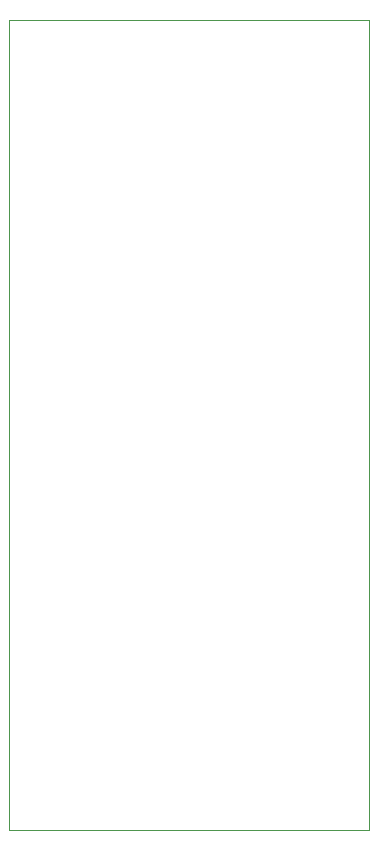
<source format=gbr>
%TF.GenerationSoftware,KiCad,Pcbnew,8.0.5*%
%TF.CreationDate,2024-11-13T12:34:22+05:30*%
%TF.ProjectId,low_pass,6c6f775f-7061-4737-932e-6b696361645f,rev?*%
%TF.SameCoordinates,Original*%
%TF.FileFunction,Profile,NP*%
%FSLAX46Y46*%
G04 Gerber Fmt 4.6, Leading zero omitted, Abs format (unit mm)*
G04 Created by KiCad (PCBNEW 8.0.5) date 2024-11-13 12:34:22*
%MOMM*%
%LPD*%
G01*
G04 APERTURE LIST*
%TA.AperFunction,Profile*%
%ADD10C,0.050000*%
%TD*%
G04 APERTURE END LIST*
D10*
X46990000Y-109220000D02*
X77470000Y-109220000D01*
X77470000Y-40640000D02*
X46990000Y-40640000D01*
X46990000Y-40640000D02*
X46990000Y-109220000D01*
X77470000Y-109220000D02*
X77470000Y-40640000D01*
M02*

</source>
